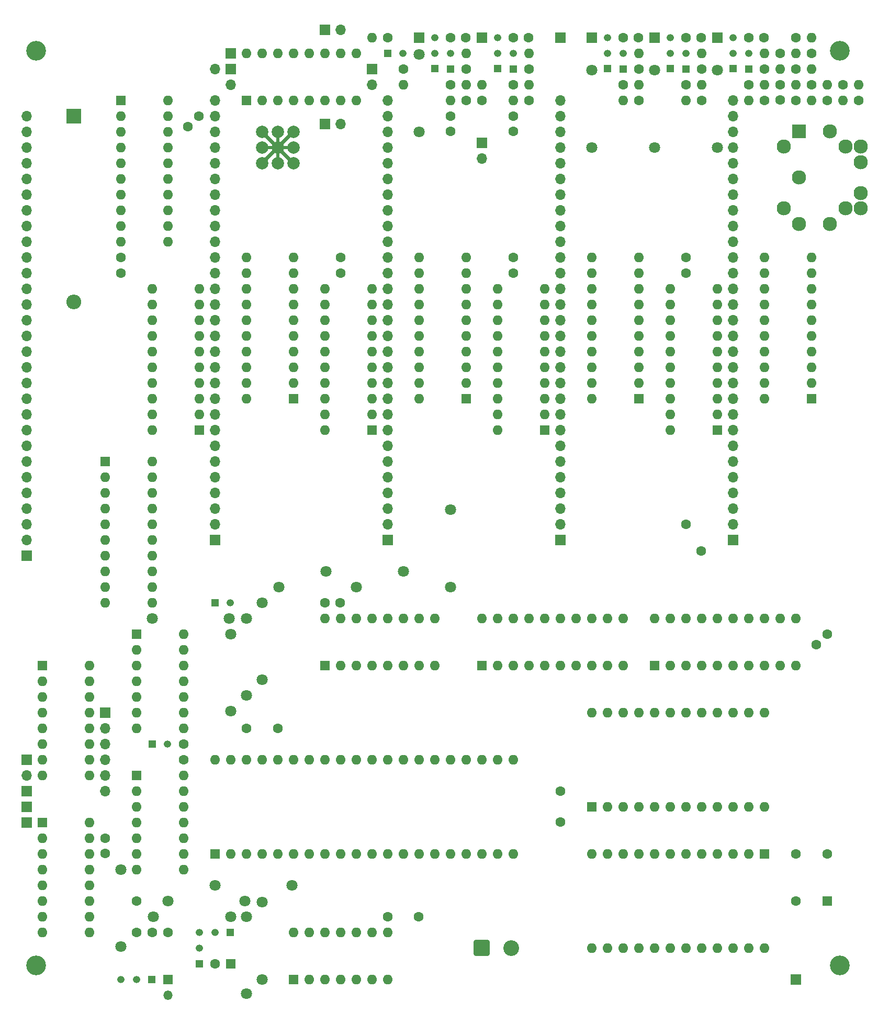
<source format=gbr>
%TF.GenerationSoftware,KiCad,Pcbnew,5.1.10*%
%TF.CreationDate,2022-02-01T20:50:29+01:00*%
%TF.ProjectId,Videoerweiterung,56696465-6f65-4727-9765-69746572756e,3*%
%TF.SameCoordinates,Original*%
%TF.FileFunction,Soldermask,Top*%
%TF.FilePolarity,Negative*%
%FSLAX46Y46*%
G04 Gerber Fmt 4.6, Leading zero omitted, Abs format (unit mm)*
G04 Created by KiCad (PCBNEW 5.1.10) date 2022-02-01 20:50:29*
%MOMM*%
%LPD*%
G01*
G04 APERTURE LIST*
%ADD10C,2.550000*%
%ADD11R,3.500000X0.500000*%
%ADD12R,0.500000X3.500000*%
%ADD13C,0.100000*%
%ADD14C,2.000000*%
%ADD15C,1.600000*%
%ADD16R,1.600000X1.600000*%
%ADD17C,2.300000*%
%ADD18R,2.300000X2.300000*%
%ADD19O,1.200000X1.200000*%
%ADD20R,1.200000X1.200000*%
%ADD21C,1.800000*%
%ADD22R,1.700000X1.700000*%
%ADD23C,3.200000*%
%ADD24O,1.600000X1.600000*%
%ADD25O,1.700000X1.700000*%
%ADD26O,1.500000X1.500000*%
%ADD27R,1.500000X1.500000*%
%ADD28O,2.400000X2.400000*%
%ADD29R,2.400000X2.400000*%
G04 APERTURE END LIST*
D10*
%TO.C,X206*%
X126720000Y-200660000D03*
G36*
G01*
X120645000Y-201685001D02*
X120645000Y-199634999D01*
G75*
G02*
X120894999Y-199385000I249999J0D01*
G01*
X122945001Y-199385000D01*
G75*
G02*
X123195000Y-199634999I0J-249999D01*
G01*
X123195000Y-201685001D01*
G75*
G02*
X122945001Y-201935000I-249999J0D01*
G01*
X120894999Y-201935000D01*
G75*
G02*
X120645000Y-201685001I0J249999D01*
G01*
G37*
%TD*%
D11*
%TO.C,LOGO1*%
X88900000Y-71120000D03*
D12*
X88900000Y-71120000D03*
D13*
G36*
X91021320Y-69352233D02*
G01*
X87132233Y-73241320D01*
X86778680Y-72887767D01*
X90667767Y-68998680D01*
X91021320Y-69352233D01*
G37*
D14*
X88900000Y-71120000D03*
D13*
G36*
X90667767Y-73241320D02*
G01*
X86778680Y-69352233D01*
X87132233Y-68998680D01*
X91021320Y-72887767D01*
X90667767Y-73241320D01*
G37*
D14*
X86360000Y-68580000D03*
X88900000Y-68580000D03*
X91440000Y-68580000D03*
X91440000Y-71120000D03*
X91440000Y-73660000D03*
X88900000Y-73660000D03*
X86360000Y-73660000D03*
X86360000Y-71120000D03*
%TD*%
D15*
%TO.C,C23*%
X172800000Y-193040000D03*
D16*
X177800000Y-193040000D03*
%TD*%
D17*
%TO.C,X401*%
X180800000Y-81000000D03*
X180800000Y-71000000D03*
X183300000Y-71000000D03*
X183300000Y-81000000D03*
D18*
X173300000Y-68500000D03*
D17*
X170800000Y-71000000D03*
X173300000Y-76000000D03*
X170800000Y-81000000D03*
X173300000Y-83500000D03*
X183300000Y-73500000D03*
X183300000Y-78500000D03*
X178300000Y-68500000D03*
X178300000Y-83500000D03*
%TD*%
D19*
%TO.C,VT404*%
X162560000Y-53380000D03*
D20*
X162560000Y-58380000D03*
D19*
X162560000Y-55880000D03*
%TD*%
%TO.C,VT403*%
X152400000Y-53380000D03*
D20*
X152400000Y-58380000D03*
D19*
X152400000Y-55880000D03*
%TD*%
%TO.C,VT402*%
X142240000Y-53380000D03*
D20*
X142240000Y-58380000D03*
D19*
X142240000Y-55880000D03*
%TD*%
%TO.C,VT401*%
X124460000Y-53380000D03*
D20*
X124460000Y-58380000D03*
D19*
X124460000Y-55880000D03*
%TD*%
%TO.C,VT400*%
X114300000Y-53380000D03*
D20*
X114300000Y-58380000D03*
D19*
X114300000Y-55880000D03*
%TD*%
%TO.C,VT201*%
X63540000Y-205740000D03*
D20*
X68540000Y-205740000D03*
D19*
X66040000Y-205740000D03*
%TD*%
%TO.C,VT200*%
X76260000Y-198120000D03*
D20*
X81260000Y-198120000D03*
D19*
X78760000Y-198120000D03*
%TD*%
%TO.C,VD203*%
X81240000Y-144780000D03*
D20*
X78740000Y-144780000D03*
%TD*%
D21*
%TO.C,R212*%
X81080000Y-147320000D03*
X68580000Y-147320000D03*
%TD*%
D22*
%TO.C,TP201*%
X172720000Y-205740000D03*
%TD*%
D23*
%TO.C,H3*%
X179860000Y-55480000D03*
%TD*%
D22*
%TO.C,X205*%
X48260000Y-180340000D03*
%TD*%
D24*
%TO.C,R409*%
X175260000Y-58420000D03*
D15*
X175260000Y-55880000D03*
%TD*%
D24*
%TO.C,R408*%
X175260000Y-53340000D03*
D15*
X172720000Y-53340000D03*
%TD*%
D24*
%TO.C,R407*%
X172720000Y-55880000D03*
D15*
X172720000Y-58420000D03*
%TD*%
D24*
%TO.C,R406*%
X170180000Y-58420000D03*
D15*
X170180000Y-55880000D03*
%TD*%
D24*
%TO.C,R405*%
X182880000Y-60960000D03*
D15*
X182880000Y-63500000D03*
%TD*%
D24*
%TO.C,R404*%
X180340000Y-63500000D03*
D15*
X180340000Y-60960000D03*
%TD*%
D24*
%TO.C,R403*%
X175260000Y-63500000D03*
D15*
X175260000Y-60960000D03*
%TD*%
D24*
%TO.C,R402*%
X177800000Y-60960000D03*
D15*
X177800000Y-63500000D03*
%TD*%
D24*
%TO.C,R401*%
X172720000Y-60960000D03*
D15*
X172720000Y-63500000D03*
%TD*%
D22*
%TO.C,TP404*%
X160020000Y-53340000D03*
%TD*%
%TO.C,TP403*%
X149860000Y-53340000D03*
%TD*%
%TO.C,TP402*%
X139700000Y-53340000D03*
%TD*%
%TO.C,TP401*%
X121920000Y-53340000D03*
%TD*%
%TO.C,TP400*%
X111760000Y-53340000D03*
%TD*%
D24*
%TO.C,R501*%
X109220000Y-60960000D03*
D15*
X109220000Y-58420000D03*
%TD*%
D25*
%TO.C,JP507*%
X99060000Y-52070000D03*
D22*
X96520000Y-52070000D03*
%TD*%
D25*
%TO.C,JP506*%
X122000000Y-72940000D03*
D22*
X122000000Y-70400000D03*
%TD*%
D25*
%TO.C,JP505*%
X104140000Y-60960000D03*
D22*
X104140000Y-58420000D03*
%TD*%
D25*
%TO.C,JP504*%
X81280000Y-60960000D03*
D22*
X81280000Y-58420000D03*
%TD*%
D25*
%TO.C,JP503*%
X78740000Y-58420000D03*
D22*
X81280000Y-58420000D03*
%TD*%
D25*
%TO.C,JP502*%
X99060000Y-67310000D03*
D22*
X96520000Y-67310000D03*
%TD*%
D25*
%TO.C,JP501*%
X81280000Y-58420000D03*
D22*
X81280000Y-55880000D03*
%TD*%
D26*
%TO.C,VD201*%
X71120000Y-208280000D03*
D27*
X71120000Y-205740000D03*
%TD*%
D15*
%TO.C,C18*%
X111680000Y-195580000D03*
X106680000Y-195580000D03*
%TD*%
%TO.C,C24*%
X68620000Y-198120000D03*
X71120000Y-198120000D03*
%TD*%
D25*
%TO.C,X202*%
X48260000Y-172720000D03*
D22*
X48260000Y-175260000D03*
%TD*%
D15*
%TO.C,C22*%
X172800000Y-185420000D03*
X177800000Y-185420000D03*
%TD*%
%TO.C,C20*%
X176032233Y-151627767D03*
X177800000Y-149860000D03*
%TD*%
%TO.C,C19*%
X157440000Y-136410127D03*
X154940000Y-132080000D03*
%TD*%
%TO.C,C17*%
X60960000Y-185380000D03*
X60960000Y-182880000D03*
%TD*%
%TO.C,C15*%
X73660000Y-167680000D03*
X73660000Y-170180000D03*
%TD*%
%TO.C,C14*%
X99020000Y-144780000D03*
X96520000Y-144780000D03*
%TD*%
%TO.C,C13*%
X154940000Y-88940000D03*
X154940000Y-91440000D03*
%TD*%
%TO.C,C12*%
X127000000Y-68540000D03*
X127000000Y-66040000D03*
%TD*%
%TO.C,C10*%
X127000000Y-88940000D03*
X127000000Y-91440000D03*
%TD*%
%TO.C,C9*%
X63500000Y-88940000D03*
X63500000Y-91440000D03*
%TD*%
%TO.C,C8*%
X116840000Y-68540000D03*
X116840000Y-66040000D03*
%TD*%
%TO.C,C7*%
X99060000Y-88940000D03*
X99060000Y-91440000D03*
%TD*%
%TO.C,C5*%
X170180000Y-63460000D03*
X170180000Y-60960000D03*
%TD*%
%TO.C,C4*%
X74392233Y-67807767D03*
X76160000Y-66040000D03*
%TD*%
%TO.C,C3*%
X134620000Y-180260000D03*
X134620000Y-175260000D03*
%TD*%
D28*
%TO.C,C2*%
X55880000Y-96120000D03*
D29*
X55880000Y-66040000D03*
%TD*%
D22*
%TO.C,X405*%
X134620000Y-53340000D03*
%TD*%
D15*
%TO.C,C202*%
X83900000Y-165100000D03*
X88900000Y-165100000D03*
%TD*%
D24*
%TO.C,R20*%
X121920000Y-60960000D03*
D15*
X121920000Y-63500000D03*
%TD*%
D19*
%TO.C,VD405*%
X165100000Y-55920000D03*
D20*
X165100000Y-58420000D03*
%TD*%
D19*
%TO.C,VD404*%
X154940000Y-55920000D03*
D20*
X154940000Y-58420000D03*
%TD*%
D19*
%TO.C,VD403*%
X144780000Y-55920000D03*
D20*
X144780000Y-58420000D03*
%TD*%
D19*
%TO.C,VD402*%
X127000000Y-55920000D03*
D20*
X127000000Y-58420000D03*
%TD*%
D19*
%TO.C,VD401*%
X116840000Y-55920000D03*
D20*
X116840000Y-58420000D03*
%TD*%
D19*
%TO.C,VD400*%
X109180000Y-55880000D03*
D20*
X106680000Y-55880000D03*
%TD*%
D19*
%TO.C,VD202*%
X71080000Y-167640000D03*
D20*
X68580000Y-167640000D03*
%TD*%
D19*
%TO.C,VD200*%
X76200000Y-200700000D03*
D20*
X76200000Y-203200000D03*
%TD*%
D24*
%TO.C,D21*%
X58420000Y-180340000D03*
X50800000Y-198120000D03*
X58420000Y-182880000D03*
X50800000Y-195580000D03*
X58420000Y-185420000D03*
X50800000Y-193040000D03*
X58420000Y-187960000D03*
X50800000Y-190500000D03*
X58420000Y-190500000D03*
X50800000Y-187960000D03*
X58420000Y-193040000D03*
X50800000Y-185420000D03*
X58420000Y-195580000D03*
X50800000Y-182880000D03*
X58420000Y-198120000D03*
D16*
X50800000Y-180340000D03*
%TD*%
D24*
%TO.C,D20*%
X58420000Y-154940000D03*
X50800000Y-172720000D03*
X58420000Y-157480000D03*
X50800000Y-170180000D03*
X58420000Y-160020000D03*
X50800000Y-167640000D03*
X58420000Y-162560000D03*
X50800000Y-165100000D03*
X58420000Y-165100000D03*
X50800000Y-162560000D03*
X58420000Y-167640000D03*
X50800000Y-160020000D03*
X58420000Y-170180000D03*
X50800000Y-157480000D03*
X58420000Y-172720000D03*
D16*
X50800000Y-154940000D03*
%TD*%
D24*
%TO.C,D19*%
X73660000Y-172720000D03*
X66040000Y-187960000D03*
X73660000Y-175260000D03*
X66040000Y-185420000D03*
X73660000Y-177800000D03*
X66040000Y-182880000D03*
X73660000Y-180340000D03*
X66040000Y-180340000D03*
X73660000Y-182880000D03*
X66040000Y-177800000D03*
X73660000Y-185420000D03*
X66040000Y-175260000D03*
X73660000Y-187960000D03*
D16*
X66040000Y-172720000D03*
%TD*%
D24*
%TO.C,D18*%
X73660000Y-149860000D03*
X66040000Y-165100000D03*
X73660000Y-152400000D03*
X66040000Y-162560000D03*
X73660000Y-154940000D03*
X66040000Y-160020000D03*
X73660000Y-157480000D03*
X66040000Y-157480000D03*
X73660000Y-160020000D03*
X66040000Y-154940000D03*
X73660000Y-162560000D03*
X66040000Y-152400000D03*
X73660000Y-165100000D03*
D16*
X66040000Y-149860000D03*
%TD*%
D24*
%TO.C,D17*%
X68580000Y-121920000D03*
X60960000Y-144780000D03*
X68580000Y-124460000D03*
X60960000Y-142240000D03*
X68580000Y-127000000D03*
X60960000Y-139700000D03*
X68580000Y-129540000D03*
X60960000Y-137160000D03*
X68580000Y-132080000D03*
X60960000Y-134620000D03*
X68580000Y-134620000D03*
X60960000Y-132080000D03*
X68580000Y-137160000D03*
X60960000Y-129540000D03*
X68580000Y-139700000D03*
X60960000Y-127000000D03*
X68580000Y-142240000D03*
X60960000Y-124460000D03*
X68580000Y-144780000D03*
D16*
X60960000Y-121920000D03*
%TD*%
D24*
%TO.C,D16*%
X68580000Y-116840000D03*
X76200000Y-93980000D03*
X68580000Y-114300000D03*
X76200000Y-96520000D03*
X68580000Y-111760000D03*
X76200000Y-99060000D03*
X68580000Y-109220000D03*
X76200000Y-101600000D03*
X68580000Y-106680000D03*
X76200000Y-104140000D03*
X68580000Y-104140000D03*
X76200000Y-106680000D03*
X68580000Y-101600000D03*
X76200000Y-109220000D03*
X68580000Y-99060000D03*
X76200000Y-111760000D03*
X68580000Y-96520000D03*
X76200000Y-114300000D03*
X68580000Y-93980000D03*
D16*
X76200000Y-116840000D03*
%TD*%
D24*
%TO.C,D15*%
X71120000Y-63500000D03*
X63500000Y-86360000D03*
X71120000Y-66040000D03*
X63500000Y-83820000D03*
X71120000Y-68580000D03*
X63500000Y-81280000D03*
X71120000Y-71120000D03*
X63500000Y-78740000D03*
X71120000Y-73660000D03*
X63500000Y-76200000D03*
X71120000Y-76200000D03*
X63500000Y-73660000D03*
X71120000Y-78740000D03*
X63500000Y-71120000D03*
X71120000Y-81280000D03*
X63500000Y-68580000D03*
X71120000Y-83820000D03*
X63500000Y-66040000D03*
X71120000Y-86360000D03*
D16*
X63500000Y-63500000D03*
%TD*%
D24*
%TO.C,D14*%
X91440000Y-198120000D03*
X106680000Y-205740000D03*
X93980000Y-198120000D03*
X104140000Y-205740000D03*
X96520000Y-198120000D03*
X101600000Y-205740000D03*
X99060000Y-198120000D03*
X99060000Y-205740000D03*
X101600000Y-198120000D03*
X96520000Y-205740000D03*
X104140000Y-198120000D03*
X93980000Y-205740000D03*
X106680000Y-198120000D03*
D16*
X91440000Y-205740000D03*
%TD*%
D24*
%TO.C,D13*%
X78740000Y-170180000D03*
X127000000Y-185420000D03*
X81280000Y-170180000D03*
X124460000Y-185420000D03*
X83820000Y-170180000D03*
X121920000Y-185420000D03*
X86360000Y-170180000D03*
X119380000Y-185420000D03*
X88900000Y-170180000D03*
X116840000Y-185420000D03*
X91440000Y-170180000D03*
X114300000Y-185420000D03*
X93980000Y-170180000D03*
X111760000Y-185420000D03*
X96520000Y-170180000D03*
X109220000Y-185420000D03*
X99060000Y-170180000D03*
X106680000Y-185420000D03*
X101600000Y-170180000D03*
X104140000Y-185420000D03*
X104140000Y-170180000D03*
X101600000Y-185420000D03*
X106680000Y-170180000D03*
X99060000Y-185420000D03*
X109220000Y-170180000D03*
X96520000Y-185420000D03*
X111760000Y-170180000D03*
X93980000Y-185420000D03*
X114300000Y-170180000D03*
X91440000Y-185420000D03*
X116840000Y-170180000D03*
X88900000Y-185420000D03*
X119380000Y-170180000D03*
X86360000Y-185420000D03*
X121920000Y-170180000D03*
X83820000Y-185420000D03*
X124460000Y-170180000D03*
X81280000Y-185420000D03*
X127000000Y-170180000D03*
D16*
X78740000Y-185420000D03*
%TD*%
D24*
%TO.C,D12*%
X83820000Y-111760000D03*
X91440000Y-88900000D03*
X83820000Y-109220000D03*
X91440000Y-91440000D03*
X83820000Y-106680000D03*
X91440000Y-93980000D03*
X83820000Y-104140000D03*
X91440000Y-96520000D03*
X83820000Y-101600000D03*
X91440000Y-99060000D03*
X83820000Y-99060000D03*
X91440000Y-101600000D03*
X83820000Y-96520000D03*
X91440000Y-104140000D03*
X83820000Y-93980000D03*
X91440000Y-106680000D03*
X83820000Y-91440000D03*
X91440000Y-109220000D03*
X83820000Y-88900000D03*
D16*
X91440000Y-111760000D03*
%TD*%
D24*
%TO.C,D11*%
X96520000Y-116840000D03*
X104140000Y-93980000D03*
X96520000Y-114300000D03*
X104140000Y-96520000D03*
X96520000Y-111760000D03*
X104140000Y-99060000D03*
X96520000Y-109220000D03*
X104140000Y-101600000D03*
X96520000Y-106680000D03*
X104140000Y-104140000D03*
X96520000Y-104140000D03*
X104140000Y-106680000D03*
X96520000Y-101600000D03*
X104140000Y-109220000D03*
X96520000Y-99060000D03*
X104140000Y-111760000D03*
X96520000Y-96520000D03*
X104140000Y-114300000D03*
X96520000Y-93980000D03*
D16*
X104140000Y-116840000D03*
%TD*%
D24*
%TO.C,D10*%
X96520000Y-147320000D03*
X114300000Y-154940000D03*
X99060000Y-147320000D03*
X111760000Y-154940000D03*
X101600000Y-147320000D03*
X109220000Y-154940000D03*
X104140000Y-147320000D03*
X106680000Y-154940000D03*
X106680000Y-147320000D03*
X104140000Y-154940000D03*
X109220000Y-147320000D03*
X101600000Y-154940000D03*
X111760000Y-147320000D03*
X99060000Y-154940000D03*
X114300000Y-147320000D03*
D16*
X96520000Y-154940000D03*
%TD*%
D24*
%TO.C,D9*%
X111760000Y-111760000D03*
X119380000Y-88900000D03*
X111760000Y-109220000D03*
X119380000Y-91440000D03*
X111760000Y-106680000D03*
X119380000Y-93980000D03*
X111760000Y-104140000D03*
X119380000Y-96520000D03*
X111760000Y-101600000D03*
X119380000Y-99060000D03*
X111760000Y-99060000D03*
X119380000Y-101600000D03*
X111760000Y-96520000D03*
X119380000Y-104140000D03*
X111760000Y-93980000D03*
X119380000Y-106680000D03*
X111760000Y-91440000D03*
X119380000Y-109220000D03*
X111760000Y-88900000D03*
D16*
X119380000Y-111760000D03*
%TD*%
D24*
%TO.C,D8*%
X121920000Y-147320000D03*
X144780000Y-154940000D03*
X124460000Y-147320000D03*
X142240000Y-154940000D03*
X127000000Y-147320000D03*
X139700000Y-154940000D03*
X129540000Y-147320000D03*
X137160000Y-154940000D03*
X132080000Y-147320000D03*
X134620000Y-154940000D03*
X134620000Y-147320000D03*
X132080000Y-154940000D03*
X137160000Y-147320000D03*
X129540000Y-154940000D03*
X139700000Y-147320000D03*
X127000000Y-154940000D03*
X142240000Y-147320000D03*
X124460000Y-154940000D03*
X144780000Y-147320000D03*
D16*
X121920000Y-154940000D03*
%TD*%
D24*
%TO.C,D7*%
X124460000Y-116840000D03*
X132080000Y-93980000D03*
X124460000Y-114300000D03*
X132080000Y-96520000D03*
X124460000Y-111760000D03*
X132080000Y-99060000D03*
X124460000Y-109220000D03*
X132080000Y-101600000D03*
X124460000Y-106680000D03*
X132080000Y-104140000D03*
X124460000Y-104140000D03*
X132080000Y-106680000D03*
X124460000Y-101600000D03*
X132080000Y-109220000D03*
X124460000Y-99060000D03*
X132080000Y-111760000D03*
X124460000Y-96520000D03*
X132080000Y-114300000D03*
X124460000Y-93980000D03*
D16*
X132080000Y-116840000D03*
%TD*%
D24*
%TO.C,D6*%
X167640000Y-200660000D03*
X139700000Y-185420000D03*
X165100000Y-200660000D03*
X142240000Y-185420000D03*
X162560000Y-200660000D03*
X144780000Y-185420000D03*
X160020000Y-200660000D03*
X147320000Y-185420000D03*
X157480000Y-200660000D03*
X149860000Y-185420000D03*
X154940000Y-200660000D03*
X152400000Y-185420000D03*
X152400000Y-200660000D03*
X154940000Y-185420000D03*
X149860000Y-200660000D03*
X157480000Y-185420000D03*
X147320000Y-200660000D03*
X160020000Y-185420000D03*
X144780000Y-200660000D03*
X162560000Y-185420000D03*
X142240000Y-200660000D03*
X165100000Y-185420000D03*
X139700000Y-200660000D03*
D16*
X167640000Y-185420000D03*
%TD*%
D24*
%TO.C,D5*%
X139700000Y-162560000D03*
X167640000Y-177800000D03*
X142240000Y-162560000D03*
X165100000Y-177800000D03*
X144780000Y-162560000D03*
X162560000Y-177800000D03*
X147320000Y-162560000D03*
X160020000Y-177800000D03*
X149860000Y-162560000D03*
X157480000Y-177800000D03*
X152400000Y-162560000D03*
X154940000Y-177800000D03*
X154940000Y-162560000D03*
X152400000Y-177800000D03*
X157480000Y-162560000D03*
X149860000Y-177800000D03*
X160020000Y-162560000D03*
X147320000Y-177800000D03*
X162560000Y-162560000D03*
X144780000Y-177800000D03*
X165100000Y-162560000D03*
X142240000Y-177800000D03*
X167640000Y-162560000D03*
D16*
X139700000Y-177800000D03*
%TD*%
D24*
%TO.C,D4*%
X139700000Y-111760000D03*
X147320000Y-88900000D03*
X139700000Y-109220000D03*
X147320000Y-91440000D03*
X139700000Y-106680000D03*
X147320000Y-93980000D03*
X139700000Y-104140000D03*
X147320000Y-96520000D03*
X139700000Y-101600000D03*
X147320000Y-99060000D03*
X139700000Y-99060000D03*
X147320000Y-101600000D03*
X139700000Y-96520000D03*
X147320000Y-104140000D03*
X139700000Y-93980000D03*
X147320000Y-106680000D03*
X139700000Y-91440000D03*
X147320000Y-109220000D03*
X139700000Y-88900000D03*
D16*
X147320000Y-111760000D03*
%TD*%
D24*
%TO.C,D3*%
X152400000Y-116840000D03*
X160020000Y-93980000D03*
X152400000Y-114300000D03*
X160020000Y-96520000D03*
X152400000Y-111760000D03*
X160020000Y-99060000D03*
X152400000Y-109220000D03*
X160020000Y-101600000D03*
X152400000Y-106680000D03*
X160020000Y-104140000D03*
X152400000Y-104140000D03*
X160020000Y-106680000D03*
X152400000Y-101600000D03*
X160020000Y-109220000D03*
X152400000Y-99060000D03*
X160020000Y-111760000D03*
X152400000Y-96520000D03*
X160020000Y-114300000D03*
X152400000Y-93980000D03*
D16*
X160020000Y-116840000D03*
%TD*%
D24*
%TO.C,D2*%
X149860000Y-147320000D03*
X172720000Y-154940000D03*
X152400000Y-147320000D03*
X170180000Y-154940000D03*
X154940000Y-147320000D03*
X167640000Y-154940000D03*
X157480000Y-147320000D03*
X165100000Y-154940000D03*
X160020000Y-147320000D03*
X162560000Y-154940000D03*
X162560000Y-147320000D03*
X160020000Y-154940000D03*
X165100000Y-147320000D03*
X157480000Y-154940000D03*
X167640000Y-147320000D03*
X154940000Y-154940000D03*
X170180000Y-147320000D03*
X152400000Y-154940000D03*
X172720000Y-147320000D03*
D16*
X149860000Y-154940000D03*
%TD*%
D24*
%TO.C,D1*%
X167640000Y-111760000D03*
X175260000Y-88900000D03*
X167640000Y-109220000D03*
X175260000Y-91440000D03*
X167640000Y-106680000D03*
X175260000Y-93980000D03*
X167640000Y-104140000D03*
X175260000Y-96520000D03*
X167640000Y-101600000D03*
X175260000Y-99060000D03*
X167640000Y-99060000D03*
X175260000Y-101600000D03*
X167640000Y-96520000D03*
X175260000Y-104140000D03*
X167640000Y-93980000D03*
X175260000Y-106680000D03*
X167640000Y-91440000D03*
X175260000Y-109220000D03*
X167640000Y-88900000D03*
D16*
X175260000Y-111760000D03*
%TD*%
D24*
%TO.C,D0*%
X83820000Y-55880000D03*
X101600000Y-63500000D03*
X86360000Y-55880000D03*
X99060000Y-63500000D03*
X88900000Y-55880000D03*
X96520000Y-63500000D03*
X91440000Y-55880000D03*
X93980000Y-63500000D03*
X93980000Y-55880000D03*
X91440000Y-63500000D03*
X96520000Y-55880000D03*
X88900000Y-63500000D03*
X99060000Y-55880000D03*
X86360000Y-63500000D03*
X101600000Y-55880000D03*
D16*
X83820000Y-63500000D03*
%TD*%
D23*
%TO.C,H4*%
X179860000Y-203480000D03*
%TD*%
%TO.C,H2*%
X49860000Y-203480000D03*
%TD*%
%TO.C,H1*%
X49860000Y-55480000D03*
%TD*%
D21*
%TO.C,R211*%
X116840000Y-129740000D03*
X116840000Y-142240000D03*
%TD*%
%TO.C,R210*%
X83820000Y-159820000D03*
X83820000Y-147320000D03*
%TD*%
%TO.C,R209*%
X86360000Y-157280000D03*
X86360000Y-144780000D03*
%TD*%
%TO.C,R208*%
X89100000Y-142240000D03*
X101600000Y-142240000D03*
%TD*%
%TO.C,R207*%
X96720000Y-139700000D03*
X109220000Y-139700000D03*
%TD*%
%TO.C,R206*%
X81280000Y-162360000D03*
X81280000Y-149860000D03*
%TD*%
%TO.C,R205*%
X91240000Y-190500000D03*
X78740000Y-190500000D03*
%TD*%
%TO.C,R204*%
X63500000Y-187960000D03*
X63500000Y-200460000D03*
%TD*%
%TO.C,R203*%
X86360000Y-193240000D03*
X86360000Y-205740000D03*
%TD*%
%TO.C,R202*%
X83820000Y-208080000D03*
X83820000Y-195580000D03*
%TD*%
%TO.C,R201*%
X83620000Y-193040000D03*
X71120000Y-193040000D03*
%TD*%
%TO.C,R200*%
X68780000Y-195580000D03*
X81280000Y-195580000D03*
%TD*%
%TO.C,R25*%
X111760000Y-56080000D03*
X111760000Y-68580000D03*
%TD*%
%TO.C,R15*%
X139700000Y-58620000D03*
X139700000Y-71120000D03*
%TD*%
%TO.C,R10*%
X149860000Y-58620000D03*
X149860000Y-71120000D03*
%TD*%
%TO.C,R5*%
X160020000Y-58620000D03*
X160020000Y-71120000D03*
%TD*%
D25*
%TO.C,X303*%
X134620000Y-63500000D03*
X134620000Y-66040000D03*
X134620000Y-68580000D03*
X134620000Y-71120000D03*
X134620000Y-73660000D03*
X134620000Y-76200000D03*
X134620000Y-78740000D03*
X134620000Y-81280000D03*
X134620000Y-83820000D03*
X134620000Y-86360000D03*
X134620000Y-88900000D03*
X134620000Y-91440000D03*
X134620000Y-93980000D03*
X134620000Y-96520000D03*
X134620000Y-99060000D03*
X134620000Y-101600000D03*
X134620000Y-104140000D03*
X134620000Y-106680000D03*
X134620000Y-109220000D03*
X134620000Y-111760000D03*
X134620000Y-114300000D03*
X134620000Y-116840000D03*
X134620000Y-119380000D03*
X134620000Y-121920000D03*
X134620000Y-124460000D03*
X134620000Y-127000000D03*
X134620000Y-129540000D03*
X134620000Y-132080000D03*
D22*
X134620000Y-134620000D03*
%TD*%
D25*
%TO.C,X302*%
X106680000Y-63500000D03*
X106680000Y-66040000D03*
X106680000Y-68580000D03*
X106680000Y-71120000D03*
X106680000Y-73660000D03*
X106680000Y-76200000D03*
X106680000Y-78740000D03*
X106680000Y-81280000D03*
X106680000Y-83820000D03*
X106680000Y-86360000D03*
X106680000Y-88900000D03*
X106680000Y-91440000D03*
X106680000Y-93980000D03*
X106680000Y-96520000D03*
X106680000Y-99060000D03*
X106680000Y-101600000D03*
X106680000Y-104140000D03*
X106680000Y-106680000D03*
X106680000Y-109220000D03*
X106680000Y-111760000D03*
X106680000Y-114300000D03*
X106680000Y-116840000D03*
X106680000Y-119380000D03*
X106680000Y-121920000D03*
X106680000Y-124460000D03*
X106680000Y-127000000D03*
X106680000Y-129540000D03*
X106680000Y-132080000D03*
D22*
X106680000Y-134620000D03*
%TD*%
D25*
%TO.C,X301*%
X162560000Y-63500000D03*
X162560000Y-66040000D03*
X162560000Y-68580000D03*
X162560000Y-71120000D03*
X162560000Y-73660000D03*
X162560000Y-76200000D03*
X162560000Y-78740000D03*
X162560000Y-81280000D03*
X162560000Y-83820000D03*
X162560000Y-86360000D03*
X162560000Y-88900000D03*
X162560000Y-91440000D03*
X162560000Y-93980000D03*
X162560000Y-96520000D03*
X162560000Y-99060000D03*
X162560000Y-101600000D03*
X162560000Y-104140000D03*
X162560000Y-106680000D03*
X162560000Y-109220000D03*
X162560000Y-111760000D03*
X162560000Y-114300000D03*
X162560000Y-116840000D03*
X162560000Y-119380000D03*
X162560000Y-121920000D03*
X162560000Y-124460000D03*
X162560000Y-127000000D03*
X162560000Y-129540000D03*
X162560000Y-132080000D03*
D22*
X162560000Y-134620000D03*
%TD*%
D25*
%TO.C,X300*%
X78740000Y-63500000D03*
X78740000Y-66040000D03*
X78740000Y-68580000D03*
X78740000Y-71120000D03*
X78740000Y-73660000D03*
X78740000Y-76200000D03*
X78740000Y-78740000D03*
X78740000Y-81280000D03*
X78740000Y-83820000D03*
X78740000Y-86360000D03*
X78740000Y-88900000D03*
X78740000Y-91440000D03*
X78740000Y-93980000D03*
X78740000Y-96520000D03*
X78740000Y-99060000D03*
X78740000Y-101600000D03*
X78740000Y-104140000D03*
X78740000Y-106680000D03*
X78740000Y-109220000D03*
X78740000Y-111760000D03*
X78740000Y-114300000D03*
X78740000Y-116840000D03*
X78740000Y-119380000D03*
X78740000Y-121920000D03*
X78740000Y-124460000D03*
X78740000Y-127000000D03*
X78740000Y-129540000D03*
X78740000Y-132080000D03*
D22*
X78740000Y-134620000D03*
%TD*%
%TO.C,X204*%
X48260000Y-170180000D03*
%TD*%
D25*
%TO.C,X203*%
X60960000Y-175260000D03*
X60960000Y-172720000D03*
X60960000Y-170180000D03*
X60960000Y-167640000D03*
X60960000Y-165100000D03*
D22*
X60960000Y-162560000D03*
%TD*%
%TO.C,X201*%
X48260000Y-177800000D03*
%TD*%
D25*
%TO.C,X200*%
X48260000Y-66040000D03*
X48260000Y-68580000D03*
X48260000Y-71120000D03*
X48260000Y-73660000D03*
X48260000Y-76200000D03*
X48260000Y-78740000D03*
X48260000Y-81280000D03*
X48260000Y-83820000D03*
X48260000Y-86360000D03*
X48260000Y-88900000D03*
X48260000Y-91440000D03*
X48260000Y-93980000D03*
X48260000Y-96520000D03*
X48260000Y-99060000D03*
X48260000Y-101600000D03*
X48260000Y-104140000D03*
X48260000Y-106680000D03*
X48260000Y-109220000D03*
X48260000Y-111760000D03*
X48260000Y-114300000D03*
X48260000Y-116840000D03*
X48260000Y-119380000D03*
X48260000Y-121920000D03*
X48260000Y-124460000D03*
X48260000Y-127000000D03*
X48260000Y-129540000D03*
X48260000Y-132080000D03*
X48260000Y-134620000D03*
D22*
X48260000Y-137160000D03*
%TD*%
D24*
%TO.C,R26*%
X104140000Y-53340000D03*
D15*
X106680000Y-53340000D03*
%TD*%
D24*
%TO.C,R24*%
X116840000Y-63500000D03*
D15*
X116840000Y-60960000D03*
%TD*%
D24*
%TO.C,R23*%
X119380000Y-60960000D03*
D15*
X119380000Y-63500000D03*
%TD*%
D24*
%TO.C,R22*%
X119380000Y-55880000D03*
D15*
X119380000Y-58420000D03*
%TD*%
D24*
%TO.C,R19*%
X127000000Y-63500000D03*
D15*
X127000000Y-60960000D03*
%TD*%
D24*
%TO.C,R18*%
X129540000Y-60960000D03*
D15*
X129540000Y-63500000D03*
%TD*%
D24*
%TO.C,R17*%
X129540000Y-55880000D03*
D15*
X129540000Y-58420000D03*
%TD*%
D24*
%TO.C,R14*%
X144780000Y-63500000D03*
D15*
X144780000Y-60960000D03*
%TD*%
D24*
%TO.C,R13*%
X147320000Y-60960000D03*
D15*
X147320000Y-63500000D03*
%TD*%
D24*
%TO.C,R12*%
X147320000Y-55880000D03*
D15*
X147320000Y-58420000D03*
%TD*%
D24*
%TO.C,R9*%
X154940000Y-63500000D03*
D15*
X154940000Y-60960000D03*
%TD*%
D24*
%TO.C,R8*%
X157480000Y-60960000D03*
D15*
X157480000Y-63500000D03*
%TD*%
D24*
%TO.C,R7*%
X157480000Y-55880000D03*
D15*
X157480000Y-58420000D03*
%TD*%
D24*
%TO.C,R4*%
X165100000Y-63500000D03*
D15*
X165100000Y-60960000D03*
%TD*%
D24*
%TO.C,R3*%
X167640000Y-60960000D03*
D15*
X167640000Y-63500000D03*
%TD*%
D24*
%TO.C,R2*%
X167640000Y-55880000D03*
D15*
X167640000Y-58420000D03*
%TD*%
%TO.C,C201*%
X78780000Y-203200000D03*
D16*
X81280000Y-203200000D03*
%TD*%
D15*
%TO.C,C200*%
X66040000Y-193120000D03*
X66040000Y-198120000D03*
%TD*%
%TO.C,C21*%
X119340000Y-53340000D03*
X116840000Y-53340000D03*
%TD*%
%TO.C,C16*%
X129500000Y-53340000D03*
X127000000Y-53340000D03*
%TD*%
%TO.C,C11*%
X147280000Y-53340000D03*
X144780000Y-53340000D03*
%TD*%
%TO.C,C6*%
X157440000Y-53340000D03*
X154940000Y-53340000D03*
%TD*%
%TO.C,C1*%
X167600000Y-53340000D03*
X165100000Y-53340000D03*
%TD*%
M02*

</source>
